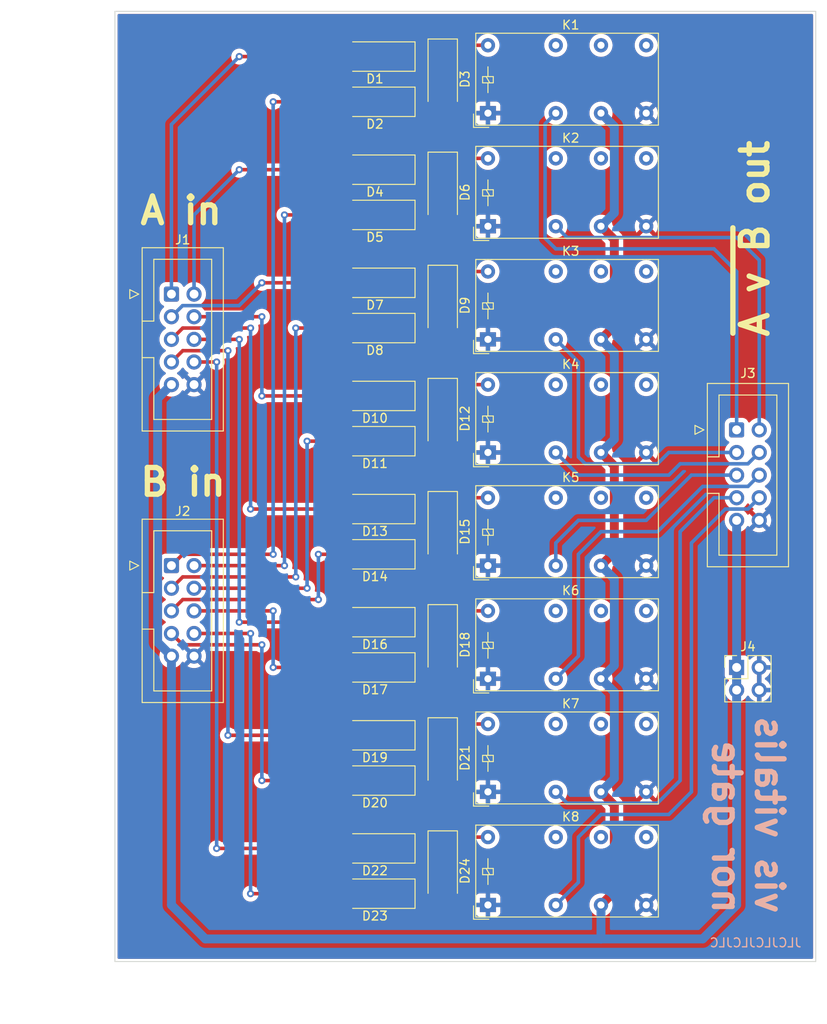
<source format=kicad_pcb>
(kicad_pcb (version 20240108) (generator "pcbnew") (generator_version "8.0")
  (layers (0 "F.Cu" signal) (31 "B.Cu" signal) (34 "B.Paste" user) (35 "F.Paste" user) (36 "B.SilkS" user "B.Silkscreen") (37 "F.SilkS" user "F.Silkscreen") (38 "B.Mask" user) (39 "F.Mask" user) (44 "Edge.Cuts" user))
  (net 0 "")
  (net 1 "Net-(D2-A)")
  (net 2 "Net-(D1-K)")
  (net 3 "Net-(D4-K)")
  (net 4 "Net-(D4-A)")
  (net 5 "Net-(D5-A)")
  (net 6 "Net-(D7-K)")
  (net 7 "Net-(D7-A)")
  (net 8 "Net-(D8-A)")
  (net 9 "Net-(D10-K)")
  (net 10 "Net-(D10-A)")
  (net 11 "Net-(D11-A)")
  (net 15 "VCC")
  (net 16 "GND")
  (net 17 "Net-(D13-K)")
  (net 18 "Net-(D13-A)")
  (net 19 "Net-(D14-A)")
  (net 20 "Net-(D16-K)")
  (net 21 "Net-(D16-A)")
  (net 22 "Net-(D17-A)")
  (net 23 "Net-(D19-K)")
  (net 24 "Net-(D19-A)")
  (net 25 "Net-(D1-A)")
  (net 26 "Net-(D20-A)")
  (net 27 "Net-(D22-K)")
  (net 28 "Net-(D22-A)")
  (net 29 "Net-(D23-A)")
  (net 30 "Net-(J3-Pin_1)")
  (net 31 "Net-(J3-Pin_2)")
  (net 32 "Net-(J3-Pin_3)")
  (net 33 "Net-(J3-Pin_4)")
  (net 34 "Net-(J3-Pin_5)")
  (net 35 "Net-(J3-Pin_6)")
  (net 36 "Net-(J3-Pin_7)")
  (net 37 "Net-(J3-Pin_8)")
  (footprint "Diode_SMD:D_SMA_Handsoldering" (layer "F.Cu") (at 143.51 73.66 -90)
    (property "Reference" "D9" (at 0 -2.5 90) (layer "F.SilkS"))
    (property "Value" "SMAJ14CA")
    (pad "1" smd roundrect (at -2.5 0 270) (size 3.5 1.8) (layers "F.Cu" "F.Paste" "F.Mask") (roundrect_rratio 0.1388888889) (net 6 "Net-(D7-K)"))
    (pad "2" smd roundrect (at 2.5 0 270) (size 3.5 1.8) (layers "F.Cu" "F.Paste" "F.Mask") (roundrect_rratio 0.1388888889) (net 16 "GND"))
  )
  (footprint "Relay_THT:Relay_DPDT_Finder_30.22" (layer "F.Cu") (at 148.59 140.97)
    (property "Reference" "K8" (at 9.3 -9.9 0) (layer "F.SilkS"))
    (property "Value" "J104D2C12VDC.15S")
    (pad "11" thru_hole circle (at 7.62 0 90) (size 1.6 1.6) (drill 0.8) (layers "*.Cu" "*.Mask") (net 37 "Net-(J3-Pin_8)"))
    (pad "12" thru_hole circle (at 12.7 0 90) (size 1.6 1.6) (drill 0.8) (layers "*.Cu" "*.Mask") (net 15 "VCC"))
    (pad "14" thru_hole circle (at 17.78 0 90) (size 1.6 1.6) (drill 0.8) (layers "*.Cu" "*.Mask") (net 16 "GND"))
    (pad "21" thru_hole circle (at 7.62 -7.62 90) (size 1.6 1.6) (drill 0.8) (layers "*.Cu" "*.Mask"))
    (pad "22" thru_hole circle (at 12.7 -7.62 90) (size 1.6 1.6) (drill 0.8) (layers "*.Cu" "*.Mask"))
    (pad "24" thru_hole circle (at 17.78 -7.62 180) (size 1.6 1.6) (drill 0.8) (layers "*.Cu" "*.Mask"))
    (pad "A1" thru_hole rect (at 0 0 90) (size 1.6 1.8) (drill 0.8) (layers "*.Cu" "*.Mask") (net 16 "GND"))
    (pad "A2" thru_hole circle (at 0 -7.62 90) (size 1.6 1.6) (drill 0.8) (layers "*.Cu" "*.Mask") (net 27 "Net-(D22-K)"))
  )
  (footprint "Connector_IDC:IDC-Header_2x05_P2.54mm_Vertical" (layer "F.Cu") (at 113.03 102.87)
    (property "Reference" "J2" (at 1.27 -6.1 0) (layer "F.SilkS"))
    (property "Value" "BHR-10-VUA" (hide yes))
    (pad "1" thru_hole roundrect (at 0 0) (size 1.7 1.7) (drill 1) (layers "*.Cu" "*.Mask") (roundrect_rratio 0.147059) (net 1 "Net-(D2-A)"))
    (pad "2" thru_hole circle (at 2.54 0) (size 1.7 1.7) (drill 1) (layers "*.Cu" "*.Mask") (net 5 "Net-(D5-A)"))
    (pad "3" thru_hole circle (at 0 2.54) (size 1.7 1.7) (drill 1) (layers "*.Cu" "*.Mask") (net 8 "Net-(D8-A)"))
    (pad "4" thru_hole circle (at 2.54 2.54) (size 1.7 1.7) (drill 1) (layers "*.Cu" "*.Mask") (net 11 "Net-(D11-A)"))
    (pad "5" thru_hole circle (at 0 5.08) (size 1.7 1.7) (drill 1) (layers "*.Cu" "*.Mask") (net 19 "Net-(D14-A)"))
    (pad "6" thru_hole circle (at 2.54 5.08) (size 1.7 1.7) (drill 1) (layers "*.Cu" "*.Mask") (net 22 "Net-(D17-A)"))
    (pad "7" thru_hole circle (at 0 7.62) (size 1.7 1.7) (drill 1) (layers "*.Cu" "*.Mask") (net 26 "Net-(D20-A)"))
    (pad "8" thru_hole circle (at 2.54 7.62) (size 1.7 1.7) (drill 1) (layers "*.Cu" "*.Mask") (net 29 "Net-(D23-A)"))
    (pad "9" thru_hole circle (at 0 10.16) (size 1.7 1.7) (drill 1) (layers "*.Cu" "*.Mask") (net 15 "VCC"))
    (pad "10" thru_hole circle (at 2.54 10.16) (size 1.7 1.7) (drill 1) (layers "*.Cu" "*.Mask") (net 16 "GND"))
  )
  (footprint "Diode_SMD:D_SMA_Handsoldering" (layer "F.Cu") (at 143.51 124.46 -90)
    (property "Reference" "D21" (at 0 -2.5 90) (layer "F.SilkS"))
    (property "Value" "SMAJ14CA")
    (pad "1" smd roundrect (at -2.5 0 270) (size 3.5 1.8) (layers "F.Cu" "F.Paste" "F.Mask") (roundrect_rratio 0.1388888889) (net 23 "Net-(D19-K)"))
    (pad "2" smd roundrect (at 2.5 0 270) (size 3.5 1.8) (layers "F.Cu" "F.Paste" "F.Mask") (roundrect_rratio 0.1388888889) (net 16 "GND"))
  )
  (footprint "Diode_SMD:D_SMA_Handsoldering" (layer "F.Cu") (at 135.89 88.9 180)
    (property "Reference" "D11" (at 0 -2.5 0) (layer "F.SilkS"))
    (property "Value" "US1D-A")
    (pad "1" smd roundrect (at -2.5 0 180) (size 3.5 1.8) (layers "F.Cu" "F.Paste" "F.Mask") (roundrect_rratio 0.1388888889) (net 9 "Net-(D10-K)"))
    (pad "2" smd roundrect (at 2.5 0 180) (size 3.5 1.8) (layers "F.Cu" "F.Paste" "F.Mask") (roundrect_rratio 0.1388888889) (net 11 "Net-(D11-A)"))
  )
  (footprint "Relay_THT:Relay_DPDT_Finder_30.22" (layer "F.Cu") (at 148.59 64.77)
    (property "Reference" "K2" (at 9.3 -9.9 0) (layer "F.SilkS"))
    (property "Value" "J104D2C12VDC.15S")
    (pad "11" thru_hole circle (at 7.62 0 90) (size 1.6 1.6) (drill 0.8) (layers "*.Cu" "*.Mask") (net 31 "Net-(J3-Pin_2)"))
    (pad "12" thru_hole circle (at 12.7 0 90) (size 1.6 1.6) (drill 0.8) (layers "*.Cu" "*.Mask") (net 15 "VCC"))
    (pad "14" thru_hole circle (at 17.78 0 90) (size 1.6 1.6) (drill 0.8) (layers "*.Cu" "*.Mask") (net 16 "GND"))
    (pad "21" thru_hole circle (at 7.62 -7.62 90) (size 1.6 1.6) (drill 0.8) (layers "*.Cu" "*.Mask"))
    (pad "22" thru_hole circle (at 12.7 -7.62 90) (size 1.6 1.6) (drill 0.8) (layers "*.Cu" "*.Mask"))
    (pad "24" thru_hole circle (at 17.78 -7.62 180) (size 1.6 1.6) (drill 0.8) (layers "*.Cu" "*.Mask"))
    (pad "A1" thru_hole rect (at 0 0 90) (size 1.6 1.8) (drill 0.8) (layers "*.Cu" "*.Mask") (net 16 "GND"))
    (pad "A2" thru_hole circle (at 0 -7.62 90) (size 1.6 1.6) (drill 0.8) (layers "*.Cu" "*.Mask") (net 3 "Net-(D4-K)"))
  )
  (footprint "Relay_THT:Relay_DPDT_Finder_30.22" (layer "F.Cu") (at 148.59 102.87)
    (property "Reference" "K5" (at 9.3 -9.9 0) (layer "F.SilkS"))
    (property "Value" "J104D2C12VDC.15S")
    (pad "11" thru_hole circle (at 7.62 0 90) (size 1.6 1.6) (drill 0.8) (layers "*.Cu" "*.Mask") (net 34 "Net-(J3-Pin_5)"))
    (pad "12" thru_hole circle (at 12.7 0 90) (size 1.6 1.6) (drill 0.8) (layers "*.Cu" "*.Mask") (net 15 "VCC"))
    (pad "14" thru_hole circle (at 17.78 0 90) (size 1.6 1.6) (drill 0.8) (layers "*.Cu" "*.Mask") (net 16 "GND"))
    (pad "21" thru_hole circle (at 7.62 -7.62 90) (size 1.6 1.6) (drill 0.8) (layers "*.Cu" "*.Mask"))
    (pad "22" thru_hole circle (at 12.7 -7.62 90) (size 1.6 1.6) (drill 0.8) (layers "*.Cu" "*.Mask"))
    (pad "24" thru_hole circle (at 17.78 -7.62 180) (size 1.6 1.6) (drill 0.8) (layers "*.Cu" "*.Mask"))
    (pad "A1" thru_hole rect (at 0 0 90) (size 1.6 1.8) (drill 0.8) (layers "*.Cu" "*.Mask") (net 16 "GND"))
    (pad "A2" thru_hole circle (at 0 -7.62 90) (size 1.6 1.6) (drill 0.8) (layers "*.Cu" "*.Mask") (net 17 "Net-(D13-K)"))
  )
  (footprint "Diode_SMD:D_SMA_Handsoldering" (layer "F.Cu") (at 143.51 137.16 -90)
    (property "Reference" "D24" (at 0 -2.5 90) (layer "F.SilkS"))
    (property "Value" "SMAJ14CA")
    (pad "1" smd roundrect (at -2.5 0 270) (size 3.5 1.8) (layers "F.Cu" "F.Paste" "F.Mask") (roundrect_rratio 0.1388888889) (net 27 "Net-(D22-K)"))
    (pad "2" smd roundrect (at 2.5 0 270) (size 3.5 1.8) (layers "F.Cu" "F.Paste" "F.Mask") (roundrect_rratio 0.1388888889) (net 16 "GND"))
  )
  (footprint "Connector_PinHeader_2.54mm:PinHeader_2x02_P2.54mm_Vertical" (layer "F.Cu") (at 176.53 114.3)
    (property "Reference" "J4" (at 1.27 -2.33 0) (layer "F.SilkS"))
    (property "Value" "Conn_02x02_Odd_Even")
    (pad "1" thru_hole rect (at 0 0) (size 1.7 1.7) (drill 1) (layers "*.Cu" "*.Mask") (net 15 "VCC"))
    (pad "2" thru_hole oval (at 2.54 0) (size 1.7 1.7) (drill 1) (layers "*.Cu" "*.Mask") (net 16 "GND"))
    (pad "3" thru_hole oval (at 0 2.54) (size 1.7 1.7) (drill 1) (layers "*.Cu" "*.Mask") (net 15 "VCC"))
    (pad "4" thru_hole oval (at 2.54 2.54) (size 1.7 1.7) (drill 1) (layers "*.Cu" "*.Mask") (net 16 "GND"))
  )
  (footprint "Diode_SMD:D_SMA_Handsoldering" (layer "F.Cu") (at 135.89 134.62 180)
    (property "Reference" "D22" (at 0 -2.5 0) (layer "F.SilkS"))
    (property "Value" "US1D-A")
    (pad "1" smd roundrect (at -2.5 0 180) (size 3.5 1.8) (layers "F.Cu" "F.Paste" "F.Mask") (roundrect_rratio 0.1388888889) (net 27 "Net-(D22-K)"))
    (pad "2" smd roundrect (at 2.5 0 180) (size 3.5 1.8) (layers "F.Cu" "F.Paste" "F.Mask") (roundrect_rratio 0.1388888889) (net 28 "Net-(D22-A)"))
  )
  (footprint "Diode_SMD:D_SMA_Handsoldering" (layer "F.Cu") (at 135.89 50.8 180)
    (property "Reference" "D2" (at 0 -2.5 0) (layer "F.SilkS"))
    (property "Value" "US1D-A")
    (pad "1" smd roundrect (at -2.5 0 180) (size 3.5 1.8) (layers "F.Cu" "F.Paste" "F.Mask") (roundrect_rratio 0.1388888889) (net 2 "Net-(D1-K)"))
    (pad "2" smd roundrect (at 2.5 0 180) (size 3.5 1.8) (layers "F.Cu" "F.Paste" "F.Mask") (roundrect_rratio 0.1388888889) (net 1 "Net-(D2-A)"))
  )
  (footprint "Diode_SMD:D_SMA_Handsoldering" (layer "F.Cu") (at 135.89 114.3 180)
    (property "Reference" "D17" (at 0 -2.5 0) (layer "F.SilkS"))
    (property "Value" "US1D-A")
    (pad "1" smd roundrect (at -2.5 0 180) (size 3.5 1.8) (layers "F.Cu" "F.Paste" "F.Mask") (roundrect_rratio 0.1388888889) (net 20 "Net-(D16-K)"))
    (pad "2" smd roundrect (at 2.5 0 180) (size 3.5 1.8) (layers "F.Cu" "F.Paste" "F.Mask") (roundrect_rratio 0.1388888889) (net 22 "Net-(D17-A)"))
  )
  (footprint "Diode_SMD:D_SMA_Handsoldering" (layer "F.Cu") (at 143.51 60.96 -90)
    (property "Reference" "D6" (at 0 -2.5 90) (layer "F.SilkS"))
    (property "Value" "SMAJ14CA")
    (pad "1" smd roundrect (at -2.5 0 270) (size 3.5 1.8) (layers "F.Cu" "F.Paste" "F.Mask") (roundrect_rratio 0.1388888889) (net 3 "Net-(D4-K)"))
    (pad "2" smd roundrect (at 2.5 0 270) (size 3.5 1.8) (layers "F.Cu" "F.Paste" "F.Mask") (roundrect_rratio 0.1388888889) (net 16 "GND"))
  )
  (footprint "Diode_SMD:D_SMA_Handsoldering" (layer "F.Cu") (at 143.51 86.36 -90)
    (property "Reference" "D12" (at 0 -2.5 90) (layer "F.SilkS"))
    (property "Value" "SMAJ14CA")
    (pad "1" smd roundrect (at -2.5 0 270) (size 3.5 1.8) (layers "F.Cu" "F.Paste" "F.Mask") (roundrect_rratio 0.1388888889) (net 9 "Net-(D10-K)"))
    (pad "2" smd roundrect (at 2.5 0 270) (size 3.5 1.8) (layers "F.Cu" "F.Paste" "F.Mask") (roundrect_rratio 0.1388888889) (net 16 "GND"))
  )
  (footprint "Connector_IDC:IDC-Header_2x05_P2.54mm_Vertical" (layer "F.Cu") (at 176.53 87.63)
    (property "Reference" "J3" (at 1.27 -6.35 0) (layer "F.SilkS"))
    (property "Value" "BHR-10-VUA")
    (pad "1" thru_hole roundrect (at 0 0) (size 1.7 1.7) (drill 1) (layers "*.Cu" "*.Mask") (roundrect_rratio 0.147059) (net 30 "Net-(J3-Pin_1)"))
    (pad "2" thru_hole circle (at 2.54 0) (size 1.7 1.7) (drill 1) (layers "*.Cu" "*.Mask") (net 31 "Net-(J3-Pin_2)"))
    (pad "3" thru_hole circle (at 0 2.54) (size 1.7 1.7) (drill 1) (layers "*.Cu" "*.Mask") (net 32 "Net-(J3-Pin_3)"))
    (pad "4" thru_hole circle (at 2.54 2.54) (size 1.7 1.7) (drill 1) (layers "*.Cu" "*.Mask") (net 33 "Net-(J3-Pin_4)"))
    (pad "5" thru_hole circle (at 0 5.08) (size 1.7 1.7) (drill 1) (layers "*.Cu" "*.Mask") (net 34 "Net-(J3-Pin_5)"))
    (pad "6" thru_hole circle (at 2.54 5.08) (size 1.7 1.7) (drill 1) (layers "*.Cu" "*.Mask") (net 35 "Net-(J3-Pin_6)"))
    (pad "7" thru_hole circle (at 0 7.62) (size 1.7 1.7) (drill 1) (layers "*.Cu" "*.Mask") (net 36 "Net-(J3-Pin_7)"))
    (pad "8" thru_hole circle (at 2.54 7.62) (size 1.7 1.7) (drill 1) (layers "*.Cu" "*.Mask") (net 37 "Net-(J3-Pin_8)"))
    (pad "9" thru_hole circle (at 0 10.16) (size 1.7 1.7) (drill 1) (layers "*.Cu" "*.Mask") (net 15 "VCC"))
    (pad "10" thru_hole circle (at 2.54 10.16) (size 1.7 1.7) (drill 1) (layers "*.Cu" "*.Mask") (net 16 "GND"))
  )
  (footprint "Relay_THT:Relay_DPDT_Finder_30.22" (layer "F.Cu") (at 148.59 128.27)
    (property "Reference" "K7" (at 9.3 -9.9 0) (layer "F.SilkS"))
    (property "Value" "J104D2C12VDC.15S")
    (pad "11" thru_hole circle (at 7.62 0 90) (size 1.6 1.6) (drill 0.8) (layers "*.Cu" "*.Mask") (net 36 "Net-(J3-Pin_7)"))
    (pad "12" thru_hole circle (at 12.7 0 90) (size 1.6 1.6) (drill 0.8) (layers "*.Cu" "*.Mask") (net 15 "VCC"))
    (pad "14" thru_hole circle (at 17.78 0 90) (size 1.6 1.6) (drill 0.8) (layers "*.Cu" "*.Mask") (net 16 "GND"))
    (pad "21" thru_hole circle (at 7.62 -7.62 90) (size 1.6 1.6) (drill 0.8) (layers "*.Cu" "*.Mask"))
    (pad "22" thru_hole circle (at 12.7 -7.62 90) (size 1.6 1.6) (drill 0.8) (layers "*.Cu" "*.Mask"))
    (pad "24" thru_hole circle (at 17.78 -7.62 180) (size 1.6 1.6) (drill 0.8) (layers "*.Cu" "*.Mask"))
    (pad "A1" thru_hole rect (at 0 0 90) (size 1.6 1.8) (drill 0.8) (layers "*.Cu" "*.Mask") (net 16 "GND"))
    (pad "A2" thru_hole circle (at 0 -7.62 90) (size 1.6 1.6) (drill 0.8) (layers "*.Cu" "*.Mask") (net 23 "Net-(D19-K)"))
  )
  (footprint "Diode_SMD:D_SMA_Handsoldering" (layer "F.Cu") (at 135.89 127 180)
    (property "Reference" "D20" (at 0 -2.5 0) (layer "F.SilkS"))
    (property "Value" "US1D-A")
    (pad "1" smd roundrect (at -2.5 0 180) (size 3.5 1.8) (layers "F.Cu" "F.Paste" "F.Mask") (roundrect_rratio 0.1388888889) (net 23 "Net-(D19-K)"))
    (pad "2" smd roundrect (at 2.5 0 180) (size 3.5 1.8) (layers "F.Cu" "F.Paste" "F.Mask") (roundrect_rratio 0.1388888889) (net 26 "Net-(D20-A)"))
  )
  (footprint "Diode_SMD:D_SMA_Handsoldering" (layer "F.Cu") (at 143.51 48.26 -90)
    (property "Reference" "D3" (at 0 -2.5 90) (layer "F.SilkS"))
    (property "Value" "SMAJ14CA" (hide yes))
    (pad "1" smd roundrect (at -2.5 0 270) (size 3.5 1.8) (layers "F.Cu" "F.Paste" "F.Mask") (roundrect_rratio 0.1388888889) (net 2 "Net-(D1-K)"))
    (pad "2" smd roundrect (at 2.5 0 270) (size 3.5 1.8) (layers "F.Cu" "F.Paste" "F.Mask") (roundrect_rratio 0.1388888889) (net 16 "GND"))
  )
  (footprint "Diode_SMD:D_SMA_Handsoldering" (layer "F.Cu") (at 135.89 96.52 180)
    (property "Reference" "D13" (at 0 -2.5 0) (layer "F.SilkS"))
    (property "Value" "US1D-A")
    (pad "1" smd roundrect (at -2.5 0 180) (size 3.5 1.8) (layers "F.Cu" "F.Paste" "F.Mask") (roundrect_rratio 0.1388888889) (net 17 "Net-(D13-K)"))
    (pad "2" smd roundrect (at 2.5 0 180) (size 3.5 1.8) (layers "F.Cu" "F.Paste" "F.Mask") (roundrect_rratio 0.1388888889) (net 18 "Net-(D13-A)"))
  )
  (footprint "Diode_SMD:D_SMA_Handsoldering" (layer "F.Cu") (at 135.89 109.22 180)
    (property "Reference" "D16" (at 0 -2.5 0) (layer "F.SilkS"))
    (property "Value" "US1D-A")
    (pad "1" smd roundrect (at -2.5 0 180) (size 3.5 1.8) (layers "F.Cu" "F.Paste" "F.Mask") (roundrect_rratio 0.1388888889) (net 20 "Net-(D16-K)"))
    (pad "2" smd roundrect (at 2.5 0 180) (size 3.5 1.8) (layers "F.Cu" "F.Paste" "F.Mask") (roundrect_rratio 0.1388888889) (net 21 "Net-(D16-A)"))
  )
  (footprint "Diode_SMD:D_SMA_Handsoldering" (layer "F.Cu") (at 135.89 45.72 180)
    (property "Reference" "D1" (at 0 -2.5 0) (layer "F.SilkS"))
    (property "Value" "US1D-A")
    (pad "1" smd roundrect (at -2.5 0 180) (size 3.5 1.8) (layers "F.Cu" "F.Paste" "F.Mask") (roundrect_rratio 0.1388888889) (net 2 "Net-(D1-K)"))
    (pad "2" smd roundrect (at 2.5 0 180) (size 3.5 1.8) (layers "F.Cu" "F.Paste" "F.Mask") (roundrect_rratio 0.1388888889) (net 25 "Net-(D1-A)"))
  )
  (footprint "Diode_SMD:D_SMA_Handsoldering" (layer "F.Cu") (at 143.51 99.06 -90)
    (property "Reference" "D15" (at 0 -2.5 90) (layer "F.SilkS"))
    (property "Value" "SMAJ14CA")
    (pad "1" smd roundrect (at -2.5 0 270) (size 3.5 1.8) (layers "F.Cu" "F.Paste" "F.Mask") (roundrect_rratio 0.1388888889) (net 17 "Net-(D13-K)"))
    (pad "2" smd roundrect (at 2.5 0 270) (size 3.5 1.8) (layers "F.Cu" "F.Paste" "F.Mask") (roundrect_rratio 0.1388888889) (net 16 "GND"))
  )
  (footprint "Diode_SMD:D_SMA_Handsoldering" (layer "F.Cu") (at 135.89 71.12 180)
    (property "Reference" "D7" (at 0 -2.5 0) (layer "F.SilkS"))
    (property "Value" "US1D-A")
    (pad "1" smd roundrect (at -2.5 0 180) (size 3.5 1.8) (layers "F.Cu" "F.Paste" "F.Mask") (roundrect_rratio 0.1388888889) (net 6 "Net-(D7-K)"))
    (pad "2" smd roundrect (at 2.5 0 180) (size 3.5 1.8) (layers "F.Cu" "F.Paste" "F.Mask") (roundrect_rratio 0.1388888889) (net 7 "Net-(D7-A)"))
  )
  (footprint "Diode_SMD:D_SMA_Handsoldering" (layer "F.Cu") (at 143.51 111.76 -90)
    (property "Reference" "D18" (at 0 -2.5 90) (layer "F.SilkS"))
    (property "Value" "SMAJ14CA")
    (pad "1" smd roundrect (at -2.5 0 270) (size 3.5 1.8) (layers "F.Cu" "F.Paste" "F.Mask") (roundrect_rratio 0.1388888889) (net 20 "Net-(D16-K)"))
    (pad "2" smd roundrect (at 2.5 0 270) (size 3.5 1.8) (layers "F.Cu" "F.Paste" "F.Mask") (roundrect_rratio 0.1388888889) (net 16 "GND"))
  )
  (footprint "Relay_THT:Relay_DPDT_Finder_30.22" (layer "F.Cu") (at 148.59 52.07)
    (property "Reference" "K1" (at 9.3 -9.9 0) (layer "F.SilkS"))
    (property "Value" "J104D2C12VDC.15S" (hide yes))
    (pad "11" thru_hole circle (at 7.62 0 90) (size 1.6 1.6) (drill 0.8) (layers "*.Cu" "*.Mask") (net 30 "Net-(J3-Pin_1)"))
    (pad "12" thru_hole circle (at 12.7 0 90) (size 1.6 1.6) (drill 0.8) (layers "*.Cu" "*.Mask") (net 15 "VCC"))
    (pad "14" thru_hole circle (at 17.78 0 90) (size 1.6 1.6) (drill 0.8) (layers "*.Cu" "*.Mask") (net 16 "GND"))
    (pad "21" thru_hole circle (at 7.62 -7.62 90) (size 1.6 1.6) (drill 0.8) (layers "*.Cu" "*.Mask"))
    (pad "22" thru_hole circle (at 12.7 -7.62 90) (size 1.6 1.6) (drill 0.8) (layers "*.Cu" "*.Mask"))
    (pad "24" thru_hole circle (at 17.78 -7.62 180) (size 1.6 1.6) (drill 0.8) (layers "*.Cu" "*.Mask"))
    (pad "A1" thru_hole rect (at 0 0 90) (size 1.6 1.8) (drill 0.8) (layers "*.Cu" "*.Mask") (net 16 "GND"))
    (pad "A2" thru_hole circle (at 0 -7.62 90) (size 1.6 1.6) (drill 0.8) (layers "*.Cu" "*.Mask") (net 2 "Net-(D1-K)"))
  )
  (footprint "Diode_SMD:D_SMA_Handsoldering" (layer "F.Cu") (at 135.89 63.5 180)
    (property "Reference" "D5" (at 0 -2.5 0) (layer "F.SilkS"))
    (property "Value" "US1D-A")
    (pad "1" smd roundrect (at -2.5 0 180) (size 3.5 1.8) (layers "F.Cu" "F.Paste" "F.Mask") (roundrect_rratio 0.1388888889) (net 3 "Net-(D4-K)"))
    (pad "2" smd roundrect (at 2.5 0 180) (size 3.5 1.8) (layers "F.Cu" "F.Paste" "F.Mask") (roundrect_rratio 0.1388888889) (net 5 "Net-(D5-A)"))
  )
  (footprint "Relay_THT:Relay_DPDT_Finder_30.22" (layer "F.Cu") (at 148.59 77.47)
    (property "Reference" "K3" (at 9.3 -9.9 0) (layer "F.SilkS"))
    (property "Value" "J104D2C12VDC.15S")
    (pad "11" thru_hole circle (at 7.62 0 90) (size 1.6 1.6) (drill 0.8) (layers "*.Cu" "*.Mask") (net 32 "Net-(J3-Pin_3)"))
    (pad "12" thru_hole circle (at 12.7 0 90) (size 1.6 1.6) (drill 0.8) (layers "*.Cu" "*.Mask") (net 15 "VCC"))
    (pad "14" thru_hole circle (at 17.78 0 90) (size 1.6 1.6) (drill 0.8) (layers "*.Cu" "*.Mask") (net 16 "GND"))
    (pad "21" thru_hole circle (at 7.62 -7.62 90) (size 1.6 1.6) (drill 0.8) (layers "*.Cu" "*.Mask"))
    (pad "22" thru_hole circle (at 12.7 -7.62 90) (size 1.6 1.6) (drill 0.8) (layers "*.Cu" "*.Mask"))
    (pad "24" thru_hole circle (at 17.78 -7.62 180) (size 1.6 1.6) (drill 0.8) (layers "*.Cu" "*.Mask"))
    (pad "A1" thru_hole rect (at 0 0 90) (size 1.6 1.8) (drill 0.8) (layers "*.Cu" "*.Mask") (net 16 "GND"))
    (pad "A2" thru_hole circle (at 0 -7.62 90) (size 1.6 1.6) (drill 0.8) (layers "*.Cu" "*.Mask") (net 6 "Net-(D7-K)"))
  )
  (footprint "Connector_IDC:IDC-Header_2x05_P2.54mm_Vertical" (layer "F.Cu") (at 113.03 72.39)
    (property "Reference" "J1" (at 1.27 -6.1 0) (layer "F.SilkS"))
    (property "Value" "BHR-10-VUA" (hide yes))
    (pad "1" thru_hole roundrect (at 0 0) (size 1.7 1.7) (drill 1) (layers "*.Cu" "*.Mask") (roundrect_rratio 0.147059) (net 25 "Net-(D1-A)"))
    (pad "2" thru_hole circle (at 2.54 0) (size 1.7 1.7) (drill 1) (layers "*.Cu" "*.Mask") (net 4 "Net-(D4-A)"))
    (pad "3" thru_hole circle (at 0 2.54) (size 1.7 1.7) (drill 1) (layers "*.Cu" "*.Mask") (net 7 "Net-(D7-A)"))
    (pad "4" thru_hole circle (at 2.54 2.54) (size 1.7 1.7) (drill 1) (layers "*.Cu" "*.Mask") (net 10 "Net-(D10-A)"))
    (pad "5" thru_hole circle (at 0 5.08) (size 1.7 1.7) (drill 1) (layers "*.Cu" "*.Mask") (net 18 "Net-(D13-A)"))
    (pad "6" thru_hole circle (at 2.54 5.08) (size 1.7 1.7) (drill 1) (layers "*.Cu" "*.Mask") (net 21 "Net-(D16-A)"))
    (pad "7" thru_hole circle (at 0 7.62) (size 1.7 1.7) (drill 1) (layers "*.Cu" "*.Mask") (net 24 "Net-(D19-A)"))
    (pad "8" thru_hole circle (at 2.54 7.62) (size 1.7 1.7) (drill 1) (layers "*.Cu" "*.Mask") (net 28 "Net-(D22-A)"))
    (pad "9" thru_hole circle (at 0 10.16) (size 1.7 1.7) (drill 1) (layers "*.Cu" "*.Mask") (net 15 "VCC"))
    (pad "10" thru_hole circle (at 2.54 10.16) (size 1.7 1.7) (drill 1) (layers "*.Cu" "*.Mask") (net 16 "GND"))
  )
  (footprint "Diode_SMD:D_SMA_Handsoldering" (layer "F.Cu") (at 135.89 83.82 180)
    (property "Reference" "D10" (at 0 -2.5 0) (layer "F.SilkS"))
    (property "Value" "US1D-A")
    (pad "1" smd roundrect (at -2.5 0 180) (size 3.5 1.8) (layers "F.Cu" "F.Paste" "F.Mask") (roundrect_rratio 0.1388888889) (net 9 "Net-(D10-K)"))
    (pad "2" smd roundrect (at 2.5 0 180) (size 3.5 1.8) (layers "F.Cu" "F.Paste" "F.Mask") (roundrect_rratio 0.1388888889) (net 10 "Net-(D10-A)"))
  )
  (footprint "Diode_SMD:D_SMA_Handsoldering" (layer "F.Cu") (at 135.89 76.2 180)
    (property "Reference" "D8" (at 0 -2.5 0) (layer "F.SilkS"))
    (property "Value" "US1D-A")
    (pad "1" smd roundrect (at -2.5 0 180) (size 3.5 1.8) (layers "F.Cu" "F.Paste" "F.Mask") (roundrect_rratio 0.1388888889) (net 6 "Net-(D7-K)"))
    (pad "2" smd roundrect (at 2.5 0 180) (size 3.5 1.8) (layers "F.Cu" "F.Paste" "F.Mask") (roundrect_rratio 0.1388888889) (net 8 "Net-(D8-A)"))
  )
  (footprint "Diode_SMD:D_SMA_Handsoldering" (layer "F.Cu") (at 135.89 121.92 180)
    (property "Reference" "D19" (at 0 -2.5 0) (layer "F.SilkS"))
    (property "Value" "US1D-A")
    (pad "1" smd roundrect (at -2.5 0 180) (size 3.5 1.8) (layers "F.Cu" "F.Paste" "F.Mask") (roundrect_rratio 0.1388888889) (net 23 "Net-(D19-K)"))
    (pad "2" smd roundrect (at 2.5 0 180) (size 3.5 1.8) (layers "F.Cu" "F.Paste" "F.Mask") (roundrect_rratio 0.1388888889) (net 24 "Net-(D19-A)"))
  )
  (footprint "Diode_SMD:D_SMA_Handsoldering" (layer "F.Cu") (at 135.89 139.7 180)
    (property "Reference" "D23" (at 0 -2.5 0) (layer "F.SilkS"))
    (property "Value" "US1D-A")
    (pad "1" smd roundrect (at -2.5 0 180) (size 3.5 1.8) (layers "F.Cu" "F.Paste" "F.Mask") (roundrect_rratio 0.1388888889) (net 27 "Net-(D22-K)"))
    (pad "2" smd roundrect (at 2.5 0 180) (size 3.5 1.8) (layers "F.Cu" "F.Paste" "F.Mask") (roundrect_rratio 0.1388888889) (net 29 "Net-(D23-A)"))
  )
  (footprint "Relay_THT:Relay_DPDT_Finder_30.22" (layer "F.Cu") (at 148.59 115.57)
    (property "Reference" "K6" (at 9.3 -9.9 0) (layer "F.SilkS"))
    (property "Value" "J104D2C12VDC.15S")
    (pad "11" thru_hole circle (at 7.62 0 90) (size 1.6 1.6) (drill 0.8) (layers "*.Cu" "*.Mask") (net 35 "Net-(J3-Pin_6)"))
    (pad "12" thru_hole circle (at 12.7 0 90) (size 1.6 1.6) (drill 0.8) (layers "*.Cu" "*.Mask") (net 15 "VCC"))
    (pad "14" thru_hole circle (at 17.78 0 90) (size 1.6 1.6) (drill 0.8) (layers "*.Cu" "*.Mask") (net 16 "GND"))
    (pad "21" thru_hole circle (at 7.62 -7.62 90) (size 1.6 1.6) (drill 0.8) (layers "*.Cu" "*.Mask"))
    (pad "22" thru_hole circle (at 12.7 -7.62 90) (size 1.6 1.6) (drill 0.8) (layers "*.Cu" "*.Mask"))
    (pad "24" thru_hole circle (at 17.78 -7.62 180) (size 1.6 1.6) (drill 0.8) (layers "*.Cu" "*.Mask"))
    (pad "A1" thru_hole rect (at 0 0 90) (size 1.6 1.8) (drill 0.8) (layers "*.Cu" "*.Mask") (net 16 "GND"))
    (pad "A2" thru_hole circle (at 0 -7.62 90) (size 1.6 1.6) (drill 0.8) (layers "*.Cu" "*.Mask") (net 20 "Net-(D16-K)"))
  )
  (footprint "Diode_SMD:D_SMA_Handsoldering" (layer "F.Cu") (at 135.89 58.42 180)
    (property "Reference" "D4" (at 0 -2.5 0) (layer "F.SilkS"))
    (property "Value" "US1D-A")
    (pad "1" smd roundrect (at -2.5 0 180) (size 3.5 1.8) (layers "F.Cu" "F.Paste" "F.Mask") (roundrect_rratio 0.1388888889) (net 3 "Net-(D4-K)"))
    (pad "2" smd roundrect (at 2.5 0 180) (size 3.5 1.8) (layers "F.Cu" "F.Paste" "F.Mask") (roundrect_rratio 0.1388888889) (net 4 "Net-(D4-A)"))
  )
  (footprint "Relay_THT:Relay_DPDT_Finder_30.22" (layer "F.Cu") (at 148.59 90.17)
    (property "Reference" "K4" (at 9.3 -9.9 0) (layer "F.SilkS"))
    (property "Value" "J104D2C12VDC.15S")
    (pad "11" thru_hole circle (at 7.62 0 90) (size 1.6 1.6) (drill 0.8) (layers "*.Cu" "*.Mask") (net 33 "Net-(J3-Pin_4)"))
    (pad "12" thru_hole circle (at 12.7 0 90) (size 1.6 1.6) (drill 0.8) (layers "*.Cu" "*.Mask") (net 15 "VCC"))
    (pad "14" thru_hole circle (at 17.78 0 90) (size 1.6 1.6) (drill 0.8) (layers "*.Cu" "*.Mask") (net 16 "GND"))
    (pad "21" thru_hole circle (at 7.62 -7.62 90) (size 1.6 1.6) (drill 0.8) (layers "*.Cu" "*.Mask"))
    (pad "22" thru_hole circle (at 12.7 -7.62 90) (size 1.6 1.6) (drill 0.8) (layers "*.Cu" "*.Mask"))
    (pad "24" thru_hole circle (at 17.78 -7.62 180) (size 1.6 1.6) (drill 0.8) (layers "*.Cu" "*.Mask"))
    (pad "A1" thru_hole rect (at 0 0 90) (size 1.6 1.8) (drill 0.8) (layers "*.Cu" "*.Mask") (net 16 "GND"))
    (pad "A2" thru_hole circle (at 0 -7.62 90) (size 1.6 1.6) (drill 0.8) (layers "*.Cu" "*.Mask") (net 9 "Net-(D10-K)"))
  )
  (footprint "Diode_SMD:D_SMA_Handsoldering" (layer "F.Cu") (at 135.89 101.6 180)
    (property "Reference" "D14" (at 0 -2.5 0) (layer "F.SilkS"))
    (property "Value" "US1D-A")
    (pad "1" smd roundrect (at -2.5 0 180) (size 3.5 1.8) (layers "F.Cu" "F.Paste" "F.Mask") (roundrect_rratio 0.1388888889) (net 17 "Net-(D13-K)"))
    (pad "2" smd roundrect (at 2.5 0 180) (size 3.5 1.8) (layers "F.Cu" "F.Paste" "F.Mask") (roundrect_rratio 0.1388888889) (net 19 "Net-(D14-A)"))
  )
  (gr_line (start 185.42 147.32) (end 106.68 147.32) (stroke (width 0.1)) (layer "Edge.Cuts"))
  (gr_line (start 106.68 40.64) (end 185.42 40.64) (stroke (width 0.1)) (layer "Edge.Cuts"))
  (gr_line (start 106.68 147.32) (end 106.68 40.64) (stroke (width 0.1)) (layer "Edge.Cuts"))
  (gr_line (start 185.42 40.64) (end 185.42 147.32) (stroke (width 0.1)) (layer "Edge.Cuts"))
  (gr_text "JLCJLCJLCJLC" (at 183.896 145.796 0) (layer "B.SilkS") (effects (font (size 1 1)) (justify left bottom mirror)))
  (gr_text "vis vitalis\nnor gate" (at 177.8 142.24 270) (layer "B.SilkS") (effects (font (size 3 3) (thickness 0.6) (bold yes)) (justify left mirror)))
  (gr_text "B in" (at 109.22 95.25 0) (layer "F.SilkS") (effects (font (size 3 3) (thickness 0.6) (bold yes)) (justify left bottom)))
  (gr_text "~{A v B} out" (at 180.34 77.47 90) (layer "F.SilkS") (effects (font (size 3 3) (thickness 0.6) (bold yes)) (justify left bottom)))
  (gr_text "A in" (at 109.22 64.77 0) (layer "F.SilkS") (effects (font (size 3 3) (thickness 0.6) (bold yes)) (justify left bottom)))
  (segment (start 113.03 102.87) (end 114.3 101.6) (width 0.4) (layer "F.Cu") (net 1))
  (segment (start 124.46 50.8) (end 133.39 50.8) (width 0.4) (layer "F.Cu") (net 1))
  (segment (start 114.3 101.6) (end 124.46 101.6) (width 0.4) (layer "F.Cu") (net 1))
  (via (at 124.46 101.6) (size 0.8) (drill 0.4) (layers "F.Cu" "B.Cu") (net 1))
  (via (at 124.46 50.8) (size 0.8) (drill 0.4) (layers "F.Cu" "B.Cu") (net 1))
  (segment (start 124.46 101.6) (end 124.46 50.8) (width 0.4) (layer "B.Cu") (net 1))
  (segment (start 138.39 45.72) (end 143.47 45.72) (width 0.4) (layer "F.Cu") (net 2))
  (segment (start 143.51 45.76) (end 144.82 44.45) (width 0.4) (layer "F.Cu") (net 2))
  (segment (start 138.39 50.8) (end 138.39 45.72) (width 0.4) (layer "F.Cu") (net 2))
  (segment (start 143.47 45.72) (end 143.51 45.76) (width 0.4) (layer "F.Cu") (net 2))
  (segment (start 144.82 44.45) (end 148.59 44.45) (width 0.4) (layer "F.Cu") (net 2))
  (segment (start 138.39 63.5) (end 138.39 58.42) (width 0.4) (layer "F.Cu") (net 3))
  (segment (start 138.39 58.42) (end 143.47 58.42) (width 0.4) (layer "F.Cu") (net 3))
  (segment (start 143.47 58.42) (end 143.51 58.46) (width 0.4) (layer "F.Cu") (net 3))
  (segment (start 144.82 57.15) (end 148.59 57.15) (width 0.4) (layer "F.Cu") (net 3))
  (segment (start 143.51 58.46) (end 144.82 57.15) (width 0.4) (layer "F.Cu") (net 3))
  (segment (start 120.65 58.42) (end 133.39 58.42) (width 0.4) (layer "F.Cu") (net 4))
  (via (at 120.65 58.42) (size 0.8) (drill 0.4) (layers "F.Cu" "B.Cu") (net 4))
  (segment (start 115.57 72.39) (end 115.57 63.5) (width 0.4) (layer "B.Cu") (net 4))
  (segment (start 115.57 63.5) (end 120.65 58.42) (width 0.4) (layer "B.Cu") (net 4))
  (segment (start 125.73 63.5) (end 133.39 63.5) (width 0.4) (layer "F.Cu") (net 5))
  (segment (start 115.57 102.87) (end 125.73 102.87) (width 0.4) (layer "F.Cu") (net 5))
  (via (at 125.73 102.87) (size 0.8) (drill 0.4) (layers "F.Cu" "B.Cu") (net 5))
  (via (at 125.73 63.5) (size 0.8) (drill 0.4) (layers "F.Cu" "B.Cu") (net 5))
  (segment (start 125.73 102.87) (end 125.73 63.5) (width 0.4) (layer "B.Cu") (net 5))
  (segment (start 138.39 76.2) (end 138.39 71.12) (width 0.4) (layer "F.Cu") (net 6))
  (segment (start 144.82 69.85) (end 148.59 69.85) (width 0.4) (layer "F.Cu") (net 6))
  (segment (start 138.39 71.12) (end 143.47 71.12) (width 0.4) (layer "F.Cu") (net 6))
  (segment (start 143.47 71.12) (end 143.51 71.16) (width 0.4) (layer "F.Cu") (net 6))
  (segment (start 143.51 71.16) (end 144.82 69.85) (width 0.4) (layer "F.Cu") (net 6))
  (segment (start 123.19 71.12) (end 133.39 71.12) (width 0.4) (layer "F.Cu") (net 7))
  (via (at 123.19 71.12) (size 0.8) (drill 0.4) (layers "F.Cu" "B.Cu") (net 7))
  (segment (start 123.19 71.12) (end 120.63 73.68) (width 0.4) (layer "B.Cu") (net 7))
  (segment (start 120.63 73.68) (end 114.28 73.68) (width 0.4) (layer "B.Cu") (net 7))
  (segment (start 114.28 73.68) (end 113.03 74.93) (width 0.4) (layer "B.Cu") (net 7))
  (segment (start 114.3 104.14) (end 127 104.14) (width 0.4) (layer "F.Cu") (net 8))
  (segment (start 127 76.2) (end 133.39 76.2) (width 0.4) (layer "F.Cu") (net 8))
  (segment (start 113.03 105.41) (end 114.3 104.14) (width 0.4) (layer "F.Cu") (net 8))
  (via (at 127 76.2) (size 0.8) (drill 0.4) (layers "F.Cu" "B.Cu") (net 8))
  (via (at 127 104.14) (size 0.8) (drill 0.4) (layers "F.Cu" "B.Cu") (net 8))
  (segment (start 127 104.14) (end 127 76.2) (width 0.4) (layer "B.Cu") (net 8))
  (segment (start 138.39 83.82) (end 143.47 83.82) (width 0.4) (layer "F.Cu") (net 9))
  (segment (start 144.82 82.55) (end 148.59 82.55) (width 0.4) (layer "F.Cu") (net 9))
  (segment (start 138.39 88.9) (end 138.39 83.82) (width 0.4) (layer "F.Cu") (net 9))
  (segment (start 143.51 83.86) (end 144.82 82.55) (width 0.4) (layer "F.Cu") (net 9))
  (segment (start 143.47 83.82) (end 143.51 83.86) (width 0.4) (layer "F.Cu") (net 9))
  (segment (start 115.57 74.93) (end 123.19 74.93) (width 0.4) (layer "F.Cu") (net 10))
  (segment (start 123.19 83.82) (end 133.39 83.82) (width 0.4) (layer "F.Cu") (net 10))
  (via (at 123.19 83.82) (size 0.8) (drill 0.4) (layers "F.Cu" "B.Cu") (net 10))
  (via (at 123.19 74.93) (size 0.8) (drill 0.4) (layers "F.Cu" "B.Cu") (net 10))
  (segment (start 123.19 74.93) (end 123.19 83.82) (width 0.4) (layer "B.Cu") (net 10))
  (segment (start 115.57 105.41) (end 128.27 105.41) (width 0.4) (layer "F.Cu") (net 11))
  (segment (start 128.27 88.9) (end 133.39 88.9) (width 0.4) (layer "F.Cu") (net 11))
  (via (at 128.27 88.9) (size 0.8) (drill 0.4) (layers "F.Cu" "B.Cu") (net 11))
  (via (at 128.27 105.41) (size 0.8) (drill 0.4) (layers "F.Cu" "B.Cu") (net 11))
  (segment (start 128.27 105.41) (end 128.27 88.9) (width 0.4) (layer "B.Cu") (net 11))
  (segment (start 162.79 75.97) (end 161.29 77.47) (width 1) (layer "F.Cu") (net 15))
  (segment (start 161.29 128.27) (end 162.79 129.77) (width 1) (layer "F.Cu") (net 15))
  (segment (start 162.79 139.47) (end 161.29 140.97) (width 1) (layer "F.Cu") (net 15))
  (segment (start 161.29 102.87) (end 162.79 101.37) (width 1) (layer "F.Cu") (net 15))
  (segment (start 162.79 129.77) (end 162.79 139.47) (width 1) (layer "F.Cu") (net 15))
  (segment (start 162.79 66.27) (end 162.79 75.97) (width 1) (layer "F.Cu") (net 15))
  (segment (start 162.79 91.67) (end 161.29 90.17) (width 1) (layer "F.Cu") (net 15))
  (segment (start 162.79 101.37) (end 162.79 91.67) (width 1) (layer "F.Cu") (net 15))
  (segment (start 161.29 64.77) (end 162.79 66.27) (width 1) (layer "F.Cu") (net 15))
  (segment (start 162.79 104.37) (end 162.79 114.07) (width 1) (layer "B.Cu") (net 15))
  (segment (start 176.53 115.57) (end 176.53 140.97) (width 1) (layer "B.Cu") (net 15))
  (segment (start 116.84 144.78) (end 161.29 144.78) (width 1) (layer "B.Cu") (net 15))
  (segment (start 111.48 84.1) (end 113.03 82.55) (width 1) (layer "B.Cu") (net 15))
  (segment (start 161.29 102.87) (end 162.79 104.37) (width 1) (layer "B.Cu") (net 15))
  (segment (start 172.72 144.78) (end 176.53 140.97) (width 1) (layer "B.Cu") (net 15))
  (segment (start 161.29 115.57) (end 162.79 117.07) (width 1) (layer "B.Cu") (net 15))
  (segment (start 111.48 111.48) (end 111.48 84.1) (width 1) (layer "B.Cu") (net 15))
  (segment (start 162.79 78.97) (end 162.79 88.67) (width 1) (layer "B.Cu") (net 15))
  (segment (start 162.79 88.67) (end 161.29 90.17) (width 1) (layer "B.Cu") (net 15))
  (segment (start 176.53 114.3) (end 176.53 115.57) (width 1) (layer "B.Cu") (net 15))
  (segment (start 176.53 97.79) (end 176.53 114.3) (width 1) (layer "B.Cu") (net 15))
  (segment (start 113.03 113.03) (end 111.48 111.48) (width 1) (layer "B.Cu") (net 15))
  (segment (start 161.29 140.97) (end 161.29 144.78) (width 1) (layer "B.Cu") (net 15))
  (segment (start 176.53 115.57) (end 176.53 116.84) (width 1) (layer "B.Cu") (net 15))
  (segment (start 162.79 117.07) (end 162.79 126.77) (width 1) (layer "B.Cu") (net 15))
  (segment (start 113.03 140.97) (end 116.84 144.78) (width 1) (layer "B.Cu") (net 15))
  (segment (start 162.79 126.77) (end 161.29 128.27) (width 1) (layer "B.Cu") (net 15))
  (segment (start 113.03 113.03) (end 113.03 140.97) (width 1) (layer "B.Cu") (net 15))
  (segment (start 161.29 64.77) (end 162.79 63.27) (width 1) (layer "B.Cu") (net 15))
  (segment (start 161.29 77.47) (end 162.79 78.97) (width 1) (layer "B.Cu") (net 15))
  (segment (start 162.79 53.57) (end 161.29 52.07) (width 1) (layer "B.Cu") (net 15))
  (segment (start 161.29 144.78) (end 172.72 144.78) (width 1) (layer "B.Cu") (net 15))
  (segment (start 162.79 114.07) (end 161.29 115.57) (width 1) (layer "B.Cu") (net 15))
  (segment (start 162.79 63.27) (end 162.79 53.57) (width 1) (layer "B.Cu") (net 15))
  (segment (start 143.51 96.56) (end 144.82 95.25) (width 0.4) (layer "F.Cu") (net 17))
  (segment (start 143.47 96.52) (end 143.51 96.56) (width 0.4) (layer "F.Cu") (net 17))
  (segment (start 144.82 95.25) (end 148.59 95.25) (width 0.4) (layer "F.Cu") (net 17))
  (segment (start 138.39 101.6) (end 138.39 96.52) (width 0.4) (layer "F.Cu") (net 17))
  (segment (start 138.39 96.52) (end 143.47 96.52) (width 0.4) (layer "F.Cu") (net 17))
  (segment (start 113.03 77.47) (end 114.3 76.2) (width 0.4) (layer "F.Cu") (net 18))
  (segment (start 121.92 96.52) (end 133.39 96.52) (width 0.4) (layer "F.Cu") (net 18))
  (segment (start 114.3 76.2) (end 121.92 76.2) (width 0.4) (layer "F.Cu") (net 18))
  (via (at 121.92 96.52) (size 0.8) (drill 0.4) (layers "F.Cu" "B.Cu") (net 18))
  (via (at 121.92 76.2) (size 0.8) (drill 0.4) (layers "F.Cu" "B.Cu") (net 18))
  (segment (start 121.92 76.2) (end 121.92 96.52) (width 0.4) (layer "B.Cu") (net 18))
  (segment (start 113.03 107.95) (end 114.3 106.68) (width 0.4) (layer "F.Cu") (net 19))
  (segment (start 114.3 106.68) (end 129.54 106.68) (width 0.4) (layer "F.Cu") (net 19))
  (segment (start 129.54 101.6) (end 133.39 101.6) (width 0.4) (layer "F.Cu") (net 19))
  (via (at 129.54 106.68) (size 0.8) (drill 0.4) (layers "F.Cu" "B.Cu") (net 19))
  (via (at 129.54 101.6) (size 0.8) (drill 0.4) (layers "F.Cu" "B.Cu") (net 19))
  (segment (start 129.54 106.68) (end 129.54 101.6) (width 0.4) (layer "B.Cu") (net 19))
  (segment (start 144.82 107.95) (end 148.59 107.95) (width 0.4) (layer "F.Cu") (net 20))
  (segment (start 138.39 114.3) (end 138.39 109.22) (width 0.4) (layer "F.Cu") (net 20))
  (segment (start 143.51 109.26) (end 144.82 107.95) (width 0.4) (layer "F.Cu") (net 20))
  (segment (start 143.47 109.22) (end 143.51 109.26) (width 0.4) (layer "F.Cu") (net 20))
  (segment (start 138.39 109.22) (end 143.47 109.22) (width 0.4) (layer "F.Cu") (net 20))
  (segment (start 115.57 77.47) (end 120.65 77.47) (width 0.4) (layer "F.Cu") (net 21))
  (segment (start 120.65 109.22) (end 133.39 109.22) (width 0.4) (layer "F.Cu") (net 21))
  (via (at 120.65 109.22) (size 0.8) (drill 0.4) (layers "F.Cu" "B.Cu") (net 21))
  (via (at 120.65 77.47) (size 0.8) (drill 0.4) (layers "F.Cu" "B.Cu") (net 21))
  (segment (start 120.65 77.47) (end 120.65 109.22) (width 0.4) (layer "B.Cu") (net 21))
  (segment (start 124.46 114.3) (end 133.39 114.3) (width 0.4) (layer "F.Cu") (net 22))
  (segment (start 115.57 107.95) (end 124.46 107.95) (width 0.4) (layer "F.Cu") (net 22))
  (via (at 124.46 114.3) (size 0.8) (drill 0.4) (layers "F.Cu" "B.Cu") (net 22))
  (via (at 124.46 107.95) (size 0.8) (drill 0.4) (layers "F.Cu" "B.Cu") (net 22))
  (segment (start 124.46 107.95) (end 124.46 114.3) (width 0.4) (layer "B.Cu") (net 22))
  (segment (start 143.47 121.92) (end 143.51 121.96) (width 0.4) (layer "F.Cu") (net 23))
  (segment (start 138.39 127) (end 138.39 121.92) (width 0.4) (layer "F.Cu") (net 23))
  (segment (start 138.39 121.92) (end 143.47 121.92) (width 0.4) (layer "F.Cu") (net 23))
  (segment (start 143.51 121.96) (end 144.82 120.65) (width 0.4) (layer "F.Cu") (net 23))
  (segment (start 144.82 120.65) (end 148.59 120.65) (width 0.4) (layer "F.Cu") (net 23))
  (segment (start 113.03 80.01) (end 114.3 78.74) (width 0.4) (layer "F.Cu") (net 24))
  (segment (start 114.3 78.74) (end 119.38 78.74) (width 0.4) (layer "F.Cu") (net 24))
  (segment (start 119.38 121.92) (end 133.39 121.92) (width 0.4) (layer "F.Cu") (net 24))
  (via (at 119.38 78.74) (size 0.8) (drill 0.4) (layers "F.Cu" "B.Cu") (net 24))
  (via (at 119.38 121.92) (size 0.8) (drill 0.4) (layers "F.Cu" "B.Cu") (net 24))
  (segment (start 119.38 78.74) (end 119.38 121.92) (width 0.4) (layer "B.Cu") (net 24))
  (segment (start 120.65 45.72) (end 133.39 45.72) (width 0.4) (layer "F.Cu") (net 25))
  (via (at 120.65 45.72) (size 0.8) (drill 0.4) (layers "F.Cu" "B.Cu") (net 25))
  (segment (start 113.03 53.34) (end 120.65 45.72) (width 0.4) (layer "B.Cu") (net 25))
  (segment (start 113.03 72.39) (end 113.03 53.34) (width 0.4) (layer "B.Cu") (net 25))
  (segment (start 114.3 111.76) (end 123.19 111.76) (width 0.4) (layer "F.Cu") (net 26))
  (segment (start 123.19 127) (end 133.39 127) (width 0.4) (layer "F.Cu") (net 26))
  (segment (start 113.03 110.49) (end 114.3 111.76) (width 0.4) (layer "F.Cu") (net 26))
  (via (at 123.19 127) (size 0.8) (drill 0.4) (layers "F.Cu" "B.Cu") (net 26))
  (via (at 123.19 111.76) (size 0.8) (drill 0.4) (layers "F.Cu" "B.Cu") (net 26))
  (segment (start 123.19 111.76) (end 123.19 127) (width 0.4) (layer "B.Cu") (net 26))
  (segment (start 138.39 139.7) (end 138.39 134.62) (width 0.4) (layer "F.Cu") (net 27))
  (segment (start 143.47 134.62) (end 143.51 134.66) (width 0.4) (layer "F.Cu") (net 27))
  (segment (start 138.39 134.62) (end 143.47 134.62) (width 0.4) (layer "F.Cu") (net 27))
  (segment (start 144.82 133.35) (end 148.59 133.35) (width 0.4) (layer "F.Cu") (net 27))
  (segment (start 143.51 134.66) (end 144.82 133.35) (width 0.4) (layer "F.Cu") (net 27))
  (segment (start 118.11 134.62) (end 133.39 134.62) (width 0.4) (layer "F.Cu") (net 28))
  (segment (start 115.57 80.01) (end 118.11 80.01) (width 0.4) (layer "F.Cu") (net 28))
  (via (at 118.11 80.01) (size 0.8) (drill 0.4) (layers "F.Cu" "B.Cu") (net 28))
  (via (at 118.11 134.62) (size 0.8) (drill 0.4) (layers "F.Cu" "B.Cu") (net 28))
  (segment (start 118.11 121.781371) (end 118.11 134.62) (width 0.4) (layer "B.Cu") (net 28))
  (segment (start 118.11 80.01) (end 118.11 121.781371) (width 0.4) (layer "B.Cu") (net 28))
  (segment (start 115.57 110.49) (end 121.92 110.49) (width 0.4) (layer "F.Cu") (net 29))
  (segment (start 121.92 139.7) (end 133.39 139.7) (width 0.4) (layer "F.Cu") (net 29))
  (via (at 121.92 110.49) (size 0.8) (drill 0.4) (layers "F.Cu" "B.Cu") (net 29))
  (via (at 121.92 139.7) (size 0.8) (drill 0.4) (layers "F.Cu" "B.Cu") (net 29))
  (segment (start 121.92 110.49) (end 121.92 130.81) (width 0.4) (layer "B.Cu") (net 29))
  (segment (start 121.92 130.81) (end 121.92 139.7) (width 0.4) (layer "B.Cu") (net 29))
  (segment (start 176.53 69.85) (end 176.53 87.63) (width 0.4) (layer "B.Cu") (net 30))
  (segment (start 155.01 53.27) (end 155.01 66.11) (width 0.4) (layer "B.Cu") (net 30))
  (segment (start 156.21 52.07) (end 155.01 53.27) (width 0.4) (layer "B.Cu") (net 30))
  (segment (start 156.21 67.31) (end 173.99 67.31) (width 0.4) (layer "B.Cu") (net 30))
  (segment (start 155.01 66.11) (end 156.21 67.31) (width 0.4) (layer "B.Cu") (net 30))
  (segment (start 173.99 67.31) (end 176.53 69.85) (width 0.4) (layer "B.Cu") (net 30))
  (segment (start 157.48 66.04) (end 176.53 66.04) (width 0.4) (layer "B.Cu") (net 31))
  (segment (start 176.53 66.04) (end 179.07 68.58) (width 0.4) (layer "B.Cu") (net 31))
  (segment (start 179.07 68.58) (end 179.07 87.63) (width 0.4) (layer "B.Cu") (net 31))
  (segment (start 156.21 64.77) (end 157.48 66.04) (width 0.4) (layer "B.Cu") (net 31))
  (segment (start 158.75 80.01) (end 158.75 90.667057) (width 0.4) (layer "B.Cu") (net 32))
  (segment (start 168.91 90.17) (end 176.53 90.17) (width 0.4) (layer "B.Cu") (net 32))
  (segment (start 167.64 91.44) (end 168.91 90.17) (width 0.4) (layer "B.Cu") (net 32))
  (segment (start 158.75 90.667057) (end 159.522943 91.44) (width 0.4) (layer "B.Cu") (net 32))
  (segment (start 159.522943 91.44) (end 167.64 91.44) (width 0.4) (layer "B.Cu") (net 32))
  (segment (start 156.21 77.47) (end 158.75 80.01) (width 0.4) (layer "B.Cu") (net 32))
  (segment (start 168.91 92.71) (end 170.18 91.44) (width 0.4) (layer "B.Cu") (net 33))
  (segment (start 158.75 92.71) (end 168.91 92.71) (width 0.4) (layer "B.Cu") (net 33))
  (segment (start 156.21 90.17) (end 158.75 92.71) (width 0.4) (layer "B.Cu") (net 33))
  (segment (start 170.18 91.44) (end 177.8 91.44) (width 0.4) (layer "B.Cu") (net 33))
  (segment (start 177.8 91.44) (end 179.07 90.17) (width 0.4) (layer "B.Cu") (net 33))
  (segment (start 156.21 100.33) (end 158.75 97.79) (width 0.4) (layer "B.Cu") (net 34))
  (segment (start 166.37 97.79) (end 171.45 92.71) (width 0.4) (layer "B.Cu") (net 34))
  (segment (start 171.45 92.71) (end 176.53 92.71) (width 0.4) (layer "B.Cu") (net 34))
  (segment (start 158.75 97.79) (end 166.37 97.79) (width 0.4) (layer "B.Cu") (net 34))
  (segment (start 156.21 102.87) (end 156.21 100.33) (width 0.4) (layer "B.Cu") (net 34))
  (segment (start 161.29 99.06) (end 167.64 99.06) (width 0.4) (layer "B.Cu") (net 35))
  (segment (start 177.8 93.98) (end 179.07 92.71) (width 0.4) (layer "B.Cu") (net 35))
  (segment (start 158.75 113.03) (end 158.75 101.6) (width 0.4) (layer "B.Cu") (net 35))
  (segment (start 167.64 99.06) (end 172.72 93.98) (width 0.4) (layer "B.Cu") (net 35))
  (segment (start 158.75 101.6) (end 161.29 99.06) (width 0.4) (layer "B.Cu") (net 35))
  (segment (start 156.21 115.57) (end 158.75 113.03) (width 0.4) (layer "B.Cu") (net 35))
  (segment (start 172.72 93.98) (end 177.8 93.98) (width 0.4) (layer "B.Cu") (net 35))
  (segment (start 157.48 129.54) (end 167.64 129.54) (width 0.4) (layer "B.Cu") (net 36))
  (segment (start 170.18 127) (end 170.18 99.06) (width 0.4) (layer "B.Cu") (net 36))
  (segment (start 173.99 95.25) (end 176.53 95.25) (width 0.4) (layer "B.Cu") (net 36))
  (segment (start 167.64 129.54) (end 170.18 127) (width 0.4) (layer "B.Cu") (net 36))
  (segment (start 170.18 99.06) (end 173.99 95.25) (width 0.4) (layer "B.Cu") (net 36))
  (segment (start 156.21 128.27) (end 157.48 129.54) (width 0.4) (layer "B.Cu") (net 36))
  (segment (start 158.75 138.43) (end 158.75 133.35) (width 0.4) (layer "B.Cu") (net 37))
  (segment (start 161.29 130.81) (end 168.91 130.81) (width 0.4) (layer "B.Cu") (net 37))
  (segment (start 177.8 96.52) (end 179.07 95.25) (width 0.4) (layer "B.Cu") (net 37))
  (segment (start 171.45 100.33) (end 175.26 96.52) (width 0.4) (layer "B.Cu") (net 37))
  (segment (start 175.26 96.52) (end 177.8 96.52) (width 0.4) (layer "B.Cu") (net 37))
  (segment (start 168.91 130.81) (end 171.45 128.27) (width 0.4) (layer "B.Cu") (net 37))
  (segment (start 158.75 133.35) (end 161.29 130.81) (width 0.4) (layer "B.Cu") (net 37))
  (segment (start 156.21 140.97) (end 158.75 138.43) (width 0.4) (layer "B.Cu") (net 37))
  (segment (start 171.45 128.27) (end 171.45 100.33) (width 0.4) (layer "B.Cu") (net 37))
  (zone (net 16) (net_name "GND") (layer "F.Cu") (connect_pads (clearance 0.5)) (min_thickness 0.25) (fill yes (thermal_gap 0.5) (thermal_bridge_width 0.5))
    (polygon (pts (xy 105.41 39.37) (xy 186.69 39.37) (xy 186.69 148.59) (xy 105.41 148.59)))
  )
  (zone (net 16) (net_name "GND") (layer "B.Cu") (priority 1) (connect_pads (clearance 0.5)) (min_thickness 0.25) (fill yes (thermal_gap 0.5) (thermal_bridge_width 0.5))
    (polygon (pts (xy 105.41 39.37) (xy 186.69 39.37) (xy 186.69 148.59) (xy 105.41 148.59)))
  )
)
</source>
